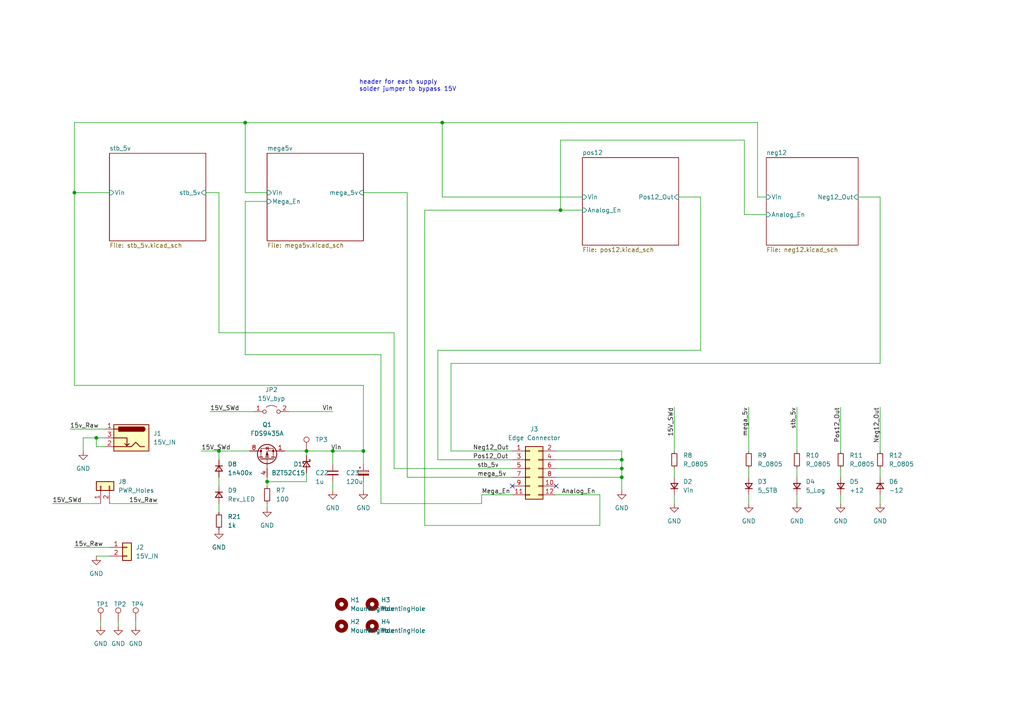
<source format=kicad_sch>
(kicad_sch (version 20211123) (generator eeschema)
  (paper "A4")
  (title_block (title "GD Power Supply Prototype") (date "2022-03-11") (rev "Rev 1") (company "twitch.tv/baldengineer"))
  (lib_symbols
    (symbol "Connector:Barrel_Jack_Switch" (pin_names hide)
      (property "Reference" "J" (at 0 5.334 0))
      (property "Value" "Barrel_Jack_Switch" (at 0 -5.08 0))
      (symbol "Barrel_Jack_Switch_0_1"
        (rectangle (start -5.08 3.81) (end 5.08 -3.81) (stroke (width 0.254)) (fill (type background)))
        (arc (start -3.302 3.175) (mid -3.937 2.54) (end -3.302 1.905) (stroke (width 0.254)))
        (arc (start -3.302 3.175) (mid -3.937 2.54) (end -3.302 1.905) (stroke (width 0.254)) (fill (type outline)))
        (polyline (pts (xy 1.27 -2.286) (xy 1.905 -1.651)) (stroke (width 0.254)))
        (polyline (pts (xy 5.08 2.54) (xy 3.81 2.54)) (stroke (width 0.254)))
        (polyline (pts (xy 5.08 0) (xy 1.27 0) (xy 1.27 -2.286) (xy 0.635 -1.651)) (stroke (width 0.254)))
        (polyline (pts (xy -3.81 -2.54) (xy -2.54 -2.54) (xy -1.27 -1.27) (xy 0 -2.54) (xy 2.54 -2.54) (xy 5.08 -2.54)) (stroke (width 0.254)))
        (rectangle (start 3.683 3.175) (end -3.302 1.905) (stroke (width 0.254)) (fill (type outline)))
      )
      (symbol "Barrel_Jack_Switch_1_1"
        (pin passive line (at 7.62 2.54 180) (length 2.54) (name "~") (number "1"))
        (pin passive line (at 7.62 -2.54 180) (length 2.54) (name "~") (number "2"))
        (pin passive line (at 7.62 0 180) (length 2.54) (name "~") (number "3"))
      )
    )
    (symbol "Connector_Generic:Conn_01x02" (pin_names (offset 1.016) hide)
      (property "Reference" "J" (at 0 2.54 0))
      (property "Value" "Conn_01x02" (at 0 -5.08 0))
      (symbol "Conn_01x02_1_1"
        (rectangle (start -1.27 -2.413) (end 0 -2.667) (stroke (width 0.1524)))
        (rectangle (start -1.27 0.127) (end 0 -0.127) (stroke (width 0.1524)))
        (rectangle (start -1.27 1.27) (end 1.27 -3.81) (stroke (width 0.254)) (fill (type background)))
        (pin passive line (at -5.08 0 0) (length 3.81) (name "Pin_1") (number "1"))
        (pin passive line (at -5.08 -2.54 0) (length 3.81) (name "Pin_2") (number "2"))
      )
    )
    (symbol "Connector_Generic:Conn_02x06_Odd_Even" (pin_names (offset 1.016) hide)
      (property "Reference" "J" (at 1.27 7.62 0))
      (property "Value" "Conn_02x06_Odd_Even" (at 1.27 -10.16 0))
      (symbol "Conn_02x06_Odd_Even_1_1"
        (rectangle (start -1.27 -7.493) (end 0 -7.747) (stroke (width 0.1524)))
        (rectangle (start -1.27 -4.953) (end 0 -5.207) (stroke (width 0.1524)))
        (rectangle (start -1.27 -2.413) (end 0 -2.667) (stroke (width 0.1524)))
        (rectangle (start -1.27 0.127) (end 0 -0.127) (stroke (width 0.1524)))
        (rectangle (start -1.27 2.667) (end 0 2.413) (stroke (width 0.1524)))
        (rectangle (start -1.27 5.207) (end 0 4.953) (stroke (width 0.1524)))
        (rectangle (start -1.27 6.35) (end 3.81 -8.89) (stroke (width 0.254)) (fill (type background)))
        (rectangle (start 3.81 -7.493) (end 2.54 -7.747) (stroke (width 0.1524)))
        (rectangle (start 3.81 -4.953) (end 2.54 -5.207) (stroke (width 0.1524)))
        (rectangle (start 3.81 -2.413) (end 2.54 -2.667) (stroke (width 0.1524)))
        (rectangle (start 3.81 0.127) (end 2.54 -0.127) (stroke (width 0.1524)))
        (rectangle (start 3.81 2.667) (end 2.54 2.413) (stroke (width 0.1524)))
        (rectangle (start 3.81 5.207) (end 2.54 4.953) (stroke (width 0.1524)))
        (pin passive line (at -5.08 5.08 0) (length 3.81) (name "Pin_1") (number "1"))
        (pin passive line (at 7.62 -5.08 180) (length 3.81) (name "Pin_10") (number "10"))
        (pin passive line (at -5.08 -7.62 0) (length 3.81) (name "Pin_11") (number "11"))
        (pin passive line (at 7.62 -7.62 180) (length 3.81) (name "Pin_12") (number "12"))
        (pin passive line (at 7.62 5.08 180) (length 3.81) (name "Pin_2") (number "2"))
        (pin passive line (at -5.08 2.54 0) (length 3.81) (name "Pin_3") (number "3"))
        (pin passive line (at 7.62 2.54 180) (length 3.81) (name "Pin_4") (number "4"))
        (pin passive line (at -5.08 0 0) (length 3.81) (name "Pin_5") (number "5"))
        (pin passive line (at 7.62 0 180) (length 3.81) (name "Pin_6") (number "6"))
        (pin passive line (at -5.08 -2.54 0) (length 3.81) (name "Pin_7") (number "7"))
        (pin passive line (at 7.62 -2.54 180) (length 3.81) (name "Pin_8") (number "8"))
        (pin passive line (at -5.08 -5.08 0) (length 3.81) (name "Pin_9") (number "9"))
      )
    )
    (symbol "Device:C_Polarized_Small" (pin_numbers hide) (pin_names (offset 0.254) hide)
      (property "Reference" "C" (at 0.254 1.778 0))
      (property "Value" "C_Polarized_Small" (at 0.254 -2.032 0))
      (symbol "C_Polarized_Small_0_1"
        (rectangle (start -1.524 -0.3048) (end 1.524 -0.6858) (fill (type outline)))
        (rectangle (start -1.524 0.6858) (end 1.524 0.3048))
        (polyline (pts (xy -1.27 1.524) (xy -0.762 1.524)))
        (polyline (pts (xy -1.016 1.27) (xy -1.016 1.778)))
      )
      (symbol "C_Polarized_Small_1_1"
        (pin passive line (at 0 2.54 270) (length 1.8542) (name "~") (number "1"))
        (pin passive line (at 0 -2.54 90) (length 1.8542) (name "~") (number "2"))
      )
    )
    (symbol "Device:D_Schottky_Small" (pin_numbers hide) (pin_names (offset 0.254) hide)
      (property "Reference" "D" (at -1.27 2.032 0))
      (property "Value" "D_Schottky_Small" (at -7.112 -2.032 0))
      (symbol "D_Schottky_Small_0_1"
        (polyline (pts (xy -0.762 0) (xy 0.762 0)))
        (polyline (pts (xy 0.762 -1.016) (xy -0.762 0) (xy 0.762 1.016) (xy 0.762 -1.016)) (stroke (width 0.254)))
        (polyline (pts (xy -1.27 0.762) (xy -1.27 1.016) (xy -0.762 1.016) (xy -0.762 -1.016) (xy -0.254 -1.016) (xy -0.254 -0.762)) (stroke (width 0.254)))
      )
      (symbol "D_Schottky_Small_1_1"
        (pin passive line (at -2.54 0 0) (length 1.778) (name "K") (number "1"))
        (pin passive line (at 2.54 0 180) (length 1.778) (name "A") (number "2"))
      )
    )
    (symbol "Jumper:Jumper_2_Open" (pin_names (offset 0) hide)
      (property "Reference" "JP" (at 0 2.794 0))
      (property "Value" "Jumper_2_Open" (at 0 -2.286 0))
      (symbol "Jumper_2_Open_0_0"
        (circle (center -2.032 0) (radius 0.508))
        (circle (center 2.032 0) (radius 0.508))
      )
      (symbol "Jumper_2_Open_0_1"
        (arc (start 1.524 1.27) (mid 0 1.778) (end -1.524 1.27))
      )
      (symbol "Jumper_2_Open_1_1"
        (pin passive line (at -5.08 0 0) (length 2.54) (name "A") (number "1"))
        (pin passive line (at 5.08 0 180) (length 2.54) (name "B") (number "2"))
      )
    )
    (symbol "Mechanical:MountingHole" (pin_names (offset 1.016))
      (property "Reference" "H" (at 0 5.08 0))
      (property "Value" "MountingHole" (at 0 3.175 0))
      (symbol "MountingHole_0_1"
        (circle (center 0 0) (radius 1.27) (stroke (width 1.27)))
      )
    )
    (symbol "My Library:C_0805" (pin_numbers hide) (pin_names (offset 0.254) hide)
      (property "Reference" "C" (at 0.254 1.778 0))
      (property "Value" "C_0805" (at 0.254 -2.032 0))
      (symbol "C_0805_0_1"
        (polyline (pts (xy -1.524 -0.508) (xy 1.524 -0.508)) (stroke (width 0.3302)))
        (polyline (pts (xy -1.524 0.508) (xy 1.524 0.508)) (stroke (width 0.3048)))
      )
      (symbol "C_0805_1_1"
        (pin passive line (at 0 2.54 270) (length 2.032) (name "~") (number "1"))
        (pin passive line (at 0 -2.54 90) (length 2.032) (name "~") (number "2"))
      )
    )
    (symbol "My Library:D_1206" (pin_numbers hide) (pin_names (offset 0.254) hide)
      (property "Reference" "D" (at -1.27 2.032 0))
      (property "Value" "D_1206" (at -3.81 -2.032 0))
      (symbol "D_1206_0_1"
        (polyline (pts (xy -0.762 -1.016) (xy -0.762 1.016)) (stroke (width 0.254)))
        (polyline (pts (xy -0.762 0) (xy 0.762 0)))
        (polyline (pts (xy 0.762 -1.016) (xy -0.762 0) (xy 0.762 1.016) (xy 0.762 -1.016)) (stroke (width 0.254)))
      )
      (symbol "D_1206_1_1"
        (pin passive line (at -2.54 0 0) (length 1.778) (name "K") (number "1"))
        (pin passive line (at 2.54 0 180) (length 1.778) (name "A") (number "2"))
      )
    )
    (symbol "My Library:R_0805" (pin_numbers hide) (pin_names (offset 0.254) hide)
      (property "Reference" "R" (at 0.762 0.508 0))
      (property "Value" "R_0805" (at 0.762 -1.016 0))
      (symbol "R_0805_0_1"
        (rectangle (start -0.762 1.778) (end 0.762 -1.778) (stroke (width 0.2032)))
      )
      (symbol "R_0805_1_1"
        (pin passive line (at 0 2.54 270) (length 0.762) (name "~") (number "1"))
        (pin passive line (at 0 -2.54 90) (length 0.762) (name "~") (number "2"))
      )
    )
    (symbol "My Library:TestPoint_Harwin" (pin_numbers hide) (pin_names (offset 0.762) hide)
      (property "Reference" "TP" (at 0 6.858 0))
      (symbol "TestPoint_Harwin_0_1"
        (circle (center 0 3.302) (radius 0.762))
      )
      (symbol "TestPoint_Harwin_1_1"
        (pin passive line (at 0 0 90) (length 2.54) (name "1") (number "1"))
      )
    )
    (symbol "Transistor_FET:FDS9435A" (pin_names hide)
      (property "Reference" "Q" (at 5.08 1.905 0))
      (property "Value" "FDS9435A" (at 5.08 0 0))
      (symbol "FDS9435A_0_1"
        (polyline (pts (xy 0.254 0) (xy -2.54 0)))
        (polyline (pts (xy 0.254 1.905) (xy 0.254 -1.905)) (stroke (width 0.254)))
        (polyline (pts (xy 0.762 -1.27) (xy 0.762 -2.286)) (stroke (width 0.254)))
        (polyline (pts (xy 0.762 0.508) (xy 0.762 -0.508)) (stroke (width 0.254)))
        (polyline (pts (xy 0.762 2.286) (xy 0.762 1.27)) (stroke (width 0.254)))
        (polyline (pts (xy 2.54 2.54) (xy 2.54 1.778)))
        (polyline (pts (xy 2.54 -2.54) (xy 2.54 0) (xy 0.762 0)))
        (polyline (pts (xy 0.762 1.778) (xy 3.302 1.778) (xy 3.302 -1.778) (xy 0.762 -1.778)))
        (polyline (pts (xy 2.286 0) (xy 1.27 0.381) (xy 1.27 -0.381) (xy 2.286 0)) (fill (type outline)))
        (polyline (pts (xy 2.794 -0.508) (xy 2.921 -0.381) (xy 3.683 -0.381) (xy 3.81 -0.254)))
        (polyline (pts (xy 3.302 -0.381) (xy 2.921 0.254) (xy 3.683 0.254) (xy 3.302 -0.381)))
        (circle (center 1.651 0) (radius 2.794) (stroke (width 0.254)))
        (circle (center 2.54 -1.778) (radius 0.254) (fill (type outline)))
        (circle (center 2.54 1.778) (radius 0.254) (fill (type outline)))
      )
      (symbol "FDS9435A_1_1"
        (pin passive line (at 2.54 -5.08 90) (length 2.54) (name "S") (number "1"))
        (pin passive line (at 2.54 -5.08 90) (length 2.54) hide (name "S") (number "2"))
        (pin passive line (at 2.54 -5.08 90) (length 2.54) hide (name "S") (number "3"))
        (pin passive line (at -5.08 0 0) (length 2.54) (name "G") (number "4"))
        (pin passive line (at 2.54 5.08 270) (length 2.54) hide (name "D") (number "5"))
        (pin passive line (at 2.54 5.08 270) (length 2.54) hide (name "D") (number "6"))
        (pin passive line (at 2.54 5.08 270) (length 2.54) hide (name "D") (number "7"))
        (pin passive line (at 2.54 5.08 270) (length 2.54) (name "D") (number "8"))
      )
    )
    (symbol "power:GND" (power) (pin_names (offset 0))
      (property "Value" "GND" (at 0 -3.81 0))
      (symbol "GND_0_1"
        (polyline (pts (xy 0 0) (xy 0 -1.27) (xy 1.27 -1.27) (xy 0 -2.54) (xy -1.27 -1.27) (xy 0 -1.27)))
      )
      (symbol "GND_1_1"
        (pin power_in line (at 0 0 270) (length 0) hide (name "GND") (number "1"))
      )
    )
  )
  (junction (at 128.27 35.56))
  (junction (at 21.59 55.88))
  (junction (at 63.5 130.81))
  (junction (at 77.47 139.7))
  (junction (at 96.52 130.81))
  (junction (at 27.94 127))
  (junction (at 88.9 130.81))
  (junction (at 180.34 138.43))
  (junction (at 105.41 130.81))
  (junction (at 180.34 133.35))
  (junction (at 71.12 35.56))
  (junction (at 162.56 60.96))
  (junction (at 180.34 135.89))
  (no_connect (at 161.29 140.97))
  (no_connect (at 148.59 140.97))
  (wire (pts (xy 31.75 146.05) (xy 45.72 146.05)))
  (wire (pts (xy 255.27 143.51) (xy 255.27 146.05)))
  (wire (pts (xy 123.19 60.96) (xy 162.56 60.96)))
  (wire (pts (xy 77.47 58.42) (xy 71.12 58.42)))
  (wire (pts (xy 27.94 129.54) (xy 27.94 127)))
  (wire (pts (xy 88.9 137.16) (xy 88.9 139.7)))
  (wire (pts (xy 77.47 138.43) (xy 77.47 139.7)))
  (wire (pts (xy 123.19 60.96) (xy 123.19 152.4)))
  (wire (pts (xy 96.52 139.7) (xy 96.52 142.24)))
  (wire (pts (xy 27.94 161.29) (xy 31.75 161.29)))
  (wire (pts (xy 248.92 57.15) (xy 255.27 57.15)))
  (wire (pts (xy 105.41 130.81) (xy 105.41 134.62)))
  (wire (pts (xy 114.3 96.52) (xy 114.3 135.89)))
  (wire (pts (xy 21.59 111.76) (xy 21.59 55.88)))
  (wire (pts (xy 24.13 127) (xy 27.94 127)))
  (wire (pts (xy 27.94 127) (xy 30.48 127)))
  (wire (pts (xy 77.47 147.32) (xy 77.47 146.05)))
  (wire (pts (xy 162.56 40.64) (xy 162.56 60.96)))
  (wire (pts (xy 215.9 62.23) (xy 215.9 40.64)))
  (wire (pts (xy 195.58 135.89) (xy 195.58 138.43)))
  (wire (pts (xy 180.34 130.81) (xy 180.34 133.35)))
  (wire (pts (xy 105.41 139.7) (xy 105.41 142.24)))
  (wire (pts (xy 110.49 146.05) (xy 139.7 146.05)))
  (wire (pts (xy 217.17 135.89) (xy 217.17 138.43)))
  (wire (pts (xy 255.27 105.41) (xy 130.81 105.41)))
  (wire (pts (xy 59.69 55.88) (xy 63.5 55.88)))
  (wire (pts (xy 34.29 180.34) (xy 34.29 181.61)))
  (wire (pts (xy 243.84 135.89) (xy 243.84 138.43)))
  (wire (pts (xy 71.12 55.88) (xy 71.12 35.56)))
  (wire (pts (xy 39.37 180.34) (xy 39.37 181.61)))
  (wire (pts (xy 161.29 133.35) (xy 180.34 133.35)))
  (wire (pts (xy 217.17 143.51) (xy 217.17 146.05)))
  (wire (pts (xy 77.47 139.7) (xy 77.47 140.97)))
  (wire (pts (xy 255.27 118.11) (xy 255.27 130.81)))
  (wire (pts (xy 203.2 101.6) (xy 127 101.6)))
  (wire (pts (xy 180.34 135.89) (xy 180.34 138.43)))
  (wire (pts (xy 83.82 119.38) (xy 96.52 119.38)))
  (wire (pts (xy 60.96 119.38) (xy 73.66 119.38)))
  (wire (pts (xy 63.5 130.81) (xy 72.39 130.81)))
  (wire (pts (xy 217.17 118.11) (xy 217.17 130.81)))
  (wire (pts (xy 123.19 152.4) (xy 173.99 152.4)))
  (wire (pts (xy 195.58 143.51) (xy 195.58 146.05)))
  (wire (pts (xy 88.9 130.81) (xy 96.52 130.81)))
  (wire (pts (xy 161.29 135.89) (xy 180.34 135.89)))
  (wire (pts (xy 243.84 143.51) (xy 243.84 146.05)))
  (wire (pts (xy 128.27 35.56) (xy 128.27 57.15)))
  (wire (pts (xy 255.27 135.89) (xy 255.27 138.43)))
  (wire (pts (xy 203.2 57.15) (xy 203.2 101.6)))
  (wire (pts (xy 96.52 130.81) (xy 96.52 134.62)))
  (wire (pts (xy 110.49 102.87) (xy 110.49 146.05)))
  (wire (pts (xy 139.7 143.51) (xy 148.59 143.51)))
  (wire (pts (xy 118.11 138.43) (xy 148.59 138.43)))
  (wire (pts (xy 219.71 57.15) (xy 219.71 35.56)))
  (wire (pts (xy 71.12 58.42) (xy 71.12 102.87)))
  (wire (pts (xy 21.59 55.88) (xy 31.75 55.88)))
  (wire (pts (xy 231.14 135.89) (xy 231.14 138.43)))
  (wire (pts (xy 222.25 57.15) (xy 219.71 57.15)))
  (wire (pts (xy 180.34 133.35) (xy 180.34 135.89)))
  (wire (pts (xy 139.7 143.51) (xy 139.7 146.05)))
  (wire (pts (xy 30.48 129.54) (xy 27.94 129.54)))
  (wire (pts (xy 215.9 40.64) (xy 162.56 40.64)))
  (wire (pts (xy 29.21 180.34) (xy 29.21 181.61)))
  (wire (pts (xy 15.24 146.05) (xy 29.21 146.05)))
  (wire (pts (xy 63.5 146.05) (xy 63.5 148.59)))
  (wire (pts (xy 71.12 102.87) (xy 110.49 102.87)))
  (wire (pts (xy 161.29 138.43) (xy 180.34 138.43)))
  (wire (pts (xy 21.59 35.56) (xy 71.12 35.56)))
  (wire (pts (xy 130.81 130.81) (xy 148.59 130.81)))
  (wire (pts (xy 130.81 105.41) (xy 130.81 130.81)))
  (wire (pts (xy 161.29 143.51) (xy 173.99 143.51)))
  (wire (pts (xy 77.47 139.7) (xy 88.9 139.7)))
  (wire (pts (xy 58.42 130.81) (xy 63.5 130.81)))
  (wire (pts (xy 127 101.6) (xy 127 133.35)))
  (wire (pts (xy 63.5 55.88) (xy 63.5 96.52)))
  (wire (pts (xy 77.47 55.88) (xy 71.12 55.88)))
  (wire (pts (xy 222.25 62.23) (xy 215.9 62.23)))
  (wire (pts (xy 255.27 57.15) (xy 255.27 105.41)))
  (wire (pts (xy 105.41 55.88) (xy 118.11 55.88)))
  (wire (pts (xy 128.27 57.15) (xy 168.91 57.15)))
  (wire (pts (xy 219.71 35.56) (xy 128.27 35.56)))
  (wire (pts (xy 88.9 130.81) (xy 88.9 132.08)))
  (wire (pts (xy 231.14 118.11) (xy 231.14 130.81)))
  (wire (pts (xy 118.11 55.88) (xy 118.11 138.43)))
  (wire (pts (xy 21.59 55.88) (xy 21.59 35.56)))
  (wire (pts (xy 21.59 158.75) (xy 31.75 158.75)))
  (wire (pts (xy 20.32 124.46) (xy 30.48 124.46)))
  (wire (pts (xy 24.13 127) (xy 24.13 130.81)))
  (wire (pts (xy 195.58 118.11) (xy 195.58 130.81)))
  (wire (pts (xy 231.14 143.51) (xy 231.14 146.05)))
  (wire (pts (xy 180.34 138.43) (xy 180.34 142.24)))
  (wire (pts (xy 243.84 118.11) (xy 243.84 130.81)))
  (wire (pts (xy 63.5 130.81) (xy 63.5 133.35)))
  (wire (pts (xy 82.55 130.81) (xy 88.9 130.81)))
  (wire (pts (xy 148.59 135.89) (xy 114.3 135.89)))
  (wire (pts (xy 105.41 130.81) (xy 105.41 111.76)))
  (wire (pts (xy 127 133.35) (xy 148.59 133.35)))
  (wire (pts (xy 63.5 96.52) (xy 114.3 96.52)))
  (wire (pts (xy 162.56 60.96) (xy 168.91 60.96)))
  (wire (pts (xy 71.12 35.56) (xy 128.27 35.56)))
  (wire (pts (xy 196.85 57.15) (xy 203.2 57.15)))
  (wire (pts (xy 173.99 143.51) (xy 173.99 152.4)))
  (wire (pts (xy 161.29 130.81) (xy 180.34 130.81)))
  (wire (pts (xy 105.41 111.76) (xy 21.59 111.76)))
  (wire (pts (xy 96.52 130.81) (xy 105.41 130.81)))
  (wire (pts (xy 63.5 138.43) (xy 63.5 140.97)))
  (text "header for each supply\nsolder jumper to bypass 15V" (at 104.14 26.67 0) (effects (font (size 1.27 1.27)) (justify left bottom)))
  (label "15V_SWd" (at 60.96 119.38 0))
  (label "Pos12_Out" (at 243.84 118.11 270))
  (label "15V_SWd" (at 58.42 130.81 0))
  (label "15v_Raw" (at 21.59 158.75 0))
  (label "Neg12_Out" (at 255.27 118.11 270))
  (label "Vin" (at 99.06 130.81 180))
  (label "15V_SWd" (at 195.58 118.11 270))
  (label "stb_5v" (at 138.43 135.89 0))
  (label "Vin" (at 96.52 119.38 180))
  (label "15v_Raw" (at 45.72 146.05 180))
  (label "Neg12_Out" (at 137.16 130.81 0))
  (label "stb_5v" (at 231.14 118.11 270))
  (label "15v_Raw" (at 20.32 124.46 0))
  (label "Mega_En" (at 139.7 143.51 0))
  (label "Pos12_Out" (at 137.16 133.35 0))
  (label "mega_5v" (at 138.43 138.43 0))
  (label "Analog_En" (at 172.72 143.51 180))
  (label "15V_SWd" (at 15.24 146.05 0))
  (label "mega_5v" (at 217.17 118.11 270))
  (symbol (lib_id "My Library:R_0805") (at 217.17 133.35 180) (unit 1)
    (property "Reference" "R9" (at 219.71 132.0799 0) (effects (justify right)))
    (property "Value" "R_0805" (at 219.71 134.6199 0) (effects (justify right)))
    (property "Footprint" "Resistor_SMD:R_0805_2012Metric" (effects hide))
  )
  (symbol (lib_id "power:GND") (at 24.13 130.81 0) (unit 1)
    (property "Reference" "#PWR0111" (effects hide))
    (property "Value" "GND" (at 24.13 135.89 0))
  )
  (symbol (lib_id "My Library:TestPoint_Harwin") (at 29.21 180.34 0) (unit 1)
    (property "Reference" "TP1" (at 27.94 175.26 0) (effects (justify left)))
    (property "Value" "TestPoint_Harwin" (effects hide))
    (property "Footprint" "My Libraries:Harwin-S1751-46-Test-Point" (effects hide))
  )
  (symbol (lib_id "Connector_Generic:Conn_01x02") (at 29.21 140.97 90) (unit 1)
    (property "Reference" "J8" (at 34.29 139.6999 90) (effects (justify right)))
    (property "Value" "PWR_Holes" (at 34.29 142.2399 90) (effects (justify right)))
    (property "Footprint" "Connector_PinHeader_2.54mm:PinHeader_1x02_P2.54mm_Vertical" (effects hide))
  )
  (symbol (lib_id "Mechanical:MountingHole") (at 99.06 181.61 0) (unit 1)
    (property "Reference" "H2" (at 101.6 180.3399 0) (effects (justify left)))
    (property "Value" "MountingHole" (at 101.6 182.8799 0) (effects (justify left)))
    (property "Footprint" "MountingHole:MountingHole_2.2mm_M2" (effects hide))
  )
  (symbol (lib_id "Transistor_FET:FDS9435A") (at 77.47 133.35 90) (unit 1)
    (property "Reference" "Q1" (at 77.47 123.19 90))
    (property "Value" "FDS9435A" (at 77.47 125.73 90))
    (property "Footprint" "Package_SO:SOIC-8_3.9x4.9mm_P1.27mm" (effects hide))
    (property "Datasheet" "https://www.onsemi.com/pub/Collateral/FDS9435A-D.PDF" (effects hide))
  )
  (symbol (lib_id "Connector_Generic:Conn_01x02") (at 36.83 158.75 0) (unit 1)
    (property "Reference" "J2" (at 39.37 158.7499 0) (effects (justify left)))
    (property "Value" "15V_IN" (at 39.37 161.2899 0) (effects (justify left)))
    (property "Footprint" "Connector_PinHeader_2.54mm:PinHeader_1x02_P2.54mm_Vertical" (effects hide))
  )
  (symbol (lib_id "power:GND") (at 195.58 146.05 0) (unit 1)
    (property "Reference" "#PWR0105" (effects hide))
    (property "Value" "GND" (at 195.58 151.13 0))
  )
  (symbol (lib_id "Mechanical:MountingHole") (at 99.06 175.26 0) (unit 1)
    (property "Reference" "H1" (at 101.6 173.9899 0) (effects (justify left)))
    (property "Value" "MountingHole" (at 101.6 176.5299 0) (effects (justify left)))
    (property "Footprint" "MountingHole:MountingHole_2.2mm_M2" (effects hide))
  )
  (symbol (lib_id "My Library:D_1206") (at 63.5 143.51 270) (unit 1)
    (property "Reference" "D9" (at 66.04 142.2399 90) (effects (justify left)))
    (property "Value" "Rev_LED" (at 66.04 144.7799 90) (effects (justify left)))
    (property "Footprint" "LED_SMD:LED_1206_3216Metric" (effects hide))
  )
  (symbol (lib_id "power:GND") (at 39.37 181.61 0) (unit 1)
    (property "Reference" "#PWR0125" (effects hide))
    (property "Value" "GND" (at 39.37 186.69 0))
  )
  (symbol (lib_id "Connector_Generic:Conn_02x06_Odd_Even") (at 153.67 135.89 0) (unit 1)
    (property "Reference" "J3" (at 154.94 124.46 0))
    (property "Value" "Edge Connector" (at 154.94 127 0))
    (property "Footprint" "My Libraries:12pos-edge-2.54mm" (effects hide))
  )
  (symbol (lib_id "Mechanical:MountingHole") (at 107.95 181.61 0) (unit 1)
    (property "Reference" "H4" (at 110.49 180.3399 0) (effects (justify left)))
    (property "Value" "MountingHole" (at 110.49 182.8799 0) (effects (justify left)))
    (property "Footprint" "MountingHole:MountingHole_2.2mm_M2" (effects hide))
  )
  (symbol (lib_id "Connector:Barrel_Jack_Switch") (at 38.1 127 0) (mirror y) (unit 1)
    (property "Reference" "J1" (at 44.45 125.7299 0) (effects (justify right)))
    (property "Value" "15V_IN" (at 44.45 128.2699 0) (effects (justify right)))
    (property "Footprint" "Connector_BarrelJack:BarrelJack_Horizontal" (effects hide))
  )
  (symbol (lib_id "power:GND") (at 27.94 161.29 0) (unit 1)
    (property "Reference" "#PWR0110" (effects hide))
    (property "Value" "GND" (at 27.94 166.37 0))
  )
  (symbol (lib_id "power:GND") (at 243.84 146.05 0) (unit 1)
    (property "Reference" "#PWR0107" (effects hide))
    (property "Value" "GND" (at 243.84 151.13 0))
  )
  (symbol (lib_id "power:GND") (at 180.34 142.24 0) (unit 1)
    (property "Reference" "#PWR0104" (effects hide))
    (property "Value" "GND" (at 180.34 147.32 0))
  )
  (symbol (lib_id "My Library:D_1206") (at 63.5 135.89 270) (unit 1)
    (property "Reference" "D8" (at 66.04 134.6199 90) (effects (justify left)))
    (property "Value" "1n400x" (at 66.04 137.1599 90) (effects (justify left)))
    (property "Footprint" "Diode_SMD:D_SMA" (effects hide))
  )
  (symbol (lib_id "My Library:C_0805") (at 96.52 137.16 0) (unit 1)
    (property "Reference" "C22" (at 91.44 137.16 0) (effects (justify left)))
    (property "Value" "1u" (at 91.44 139.7 0) (effects (justify left)))
    (property "Footprint" "Capacitor_SMD:C_0603_1608Metric" (effects hide))
  )
  (symbol (lib_id "My Library:TestPoint_Harwin") (at 34.29 180.34 0) (unit 1)
    (property "Reference" "TP2" (at 33.02 175.26 0) (effects (justify left)))
    (property "Value" "TestPoint_Harwin" (effects hide))
    (property "Footprint" "My Libraries:Harwin-S1751-46-Test-Point" (effects hide))
  )
  (symbol (lib_id "power:GND") (at 255.27 146.05 0) (unit 1)
    (property "Reference" "#PWR0109" (effects hide))
    (property "Value" "GND" (at 255.27 151.13 0))
  )
  (symbol (lib_id "power:GND") (at 231.14 146.05 0) (unit 1)
    (property "Reference" "#PWR0108" (effects hide))
    (property "Value" "GND" (at 231.14 151.13 0))
  )
  (symbol (lib_id "power:GND") (at 105.41 142.24 0) (unit 1)
    (property "Reference" "#PWR0127" (effects hide))
    (property "Value" "GND" (at 105.41 147.32 0))
  )
  (symbol (lib_id "My Library:D_1206") (at 217.17 140.97 90) (unit 1)
    (property "Reference" "D3" (at 219.71 139.6999 90) (effects (justify right)))
    (property "Value" "5_STB" (at 219.71 142.2399 90) (effects (justify right)))
    (property "Footprint" "LED_SMD:LED_1206_3216Metric" (effects hide))
  )
  (symbol (lib_id "Mechanical:MountingHole") (at 107.95 175.26 0) (unit 1)
    (property "Reference" "H3" (at 110.49 173.9899 0) (effects (justify left)))
    (property "Value" "MountingHole" (at 110.49 176.5299 0) (effects (justify left)))
    (property "Footprint" "MountingHole:MountingHole_2.2mm_M2" (effects hide))
  )
  (symbol (lib_id "power:GND") (at 77.47 147.32 0) (unit 1)
    (property "Reference" "#PWR0112" (effects hide))
    (property "Value" "GND" (at 77.47 152.4 0))
  )
  (symbol (lib_id "My Library:R_0805") (at 243.84 133.35 180) (unit 1)
    (property "Reference" "R11" (at 246.38 132.0799 0) (effects (justify right)))
    (property "Value" "R_0805" (at 246.38 134.6199 0) (effects (justify right)))
    (property "Footprint" "Resistor_SMD:R_0805_2012Metric" (effects hide))
  )
  (symbol (lib_id "power:GND") (at 217.17 146.05 0) (unit 1)
    (property "Reference" "#PWR0106" (effects hide))
    (property "Value" "GND" (at 217.17 151.13 0))
  )
  (symbol (lib_id "My Library:TestPoint_Harwin") (at 88.9 130.81 0) (unit 1)
    (property "Reference" "TP3" (at 91.44 127.5079 0) (effects (justify left)))
    (property "Value" "TestPoint_Harwin" (effects hide))
    (property "Footprint" "My Libraries:Harwin-S1751-46-Test-Point" (effects hide))
  )
  (symbol (lib_id "power:GND") (at 96.52 142.24 0) (unit 1)
    (property "Reference" "#PWR0126" (effects hide))
    (property "Value" "GND" (at 96.52 147.32 0))
  )
  (symbol (lib_id "My Library:R_0805") (at 255.27 133.35 180) (unit 1)
    (property "Reference" "R12" (at 257.81 132.0799 0) (effects (justify right)))
    (property "Value" "R_0805" (at 257.81 134.6199 0) (effects (justify right)))
    (property "Footprint" "Resistor_SMD:R_0805_2012Metric" (effects hide))
  )
  (symbol (lib_id "power:GND") (at 34.29 181.61 0) (unit 1)
    (property "Reference" "#PWR0124" (effects hide))
    (property "Value" "GND" (at 34.29 186.69 0))
  )
  (symbol (lib_id "My Library:TestPoint_Harwin") (at 39.37 180.34 0) (unit 1)
    (property "Reference" "TP4" (at 38.1 175.26 0) (effects (justify left)))
    (property "Value" "TestPoint_Harwin" (effects hide))
    (property "Footprint" "My Libraries:Harwin-S1751-46-Test-Point" (effects hide))
  )
  (symbol (lib_id "My Library:D_1206") (at 231.14 140.97 90) (unit 1)
    (property "Reference" "D4" (at 233.68 139.6999 90) (effects (justify right)))
    (property "Value" "5_Log" (at 233.68 142.2399 90) (effects (justify right)))
    (property "Footprint" "LED_SMD:LED_1206_3216Metric" (effects hide))
  )
  (symbol (lib_id "My Library:D_1206") (at 243.84 140.97 90) (unit 1)
    (property "Reference" "D5" (at 246.38 139.6999 90) (effects (justify right)))
    (property "Value" "+12" (at 246.38 142.2399 90) (effects (justify right)))
    (property "Footprint" "LED_SMD:LED_1206_3216Metric" (effects hide))
  )
  (symbol (lib_id "My Library:R_0805") (at 195.58 133.35 180) (unit 1)
    (property "Reference" "R8" (at 198.12 132.0799 0) (effects (justify right)))
    (property "Value" "R_0805" (at 198.12 134.6199 0) (effects (justify right)))
    (property "Footprint" "Resistor_SMD:R_0805_2012Metric" (effects hide))
  )
  (symbol (lib_id "My Library:R_0805") (at 77.47 143.51 180) (unit 1)
    (property "Reference" "R7" (at 80.01 142.2399 0) (effects (justify right)))
    (property "Value" "100" (at 80.01 144.7799 0) (effects (justify right)))
    (property "Footprint" "Resistor_SMD:R_0805_2012Metric" (effects hide))
  )
  (symbol (lib_id "power:GND") (at 29.21 181.61 0) (unit 1)
    (property "Reference" "#PWR0123" (effects hide))
    (property "Value" "GND" (at 29.21 186.69 0))
  )
  (symbol (lib_id "Device:D_Schottky_Small") (at 88.9 134.62 270) (unit 1)
    (property "Reference" "D1" (at 85.09 134.62 90) (effects (justify left)))
    (property "Value" "BZT52C15" (at 78.74 137.16 90) (effects (justify left)))
    (property "Footprint" "Diode_SMD:D_SOD-123" (effects hide))
  )
  (symbol (lib_id "My Library:R_0805") (at 63.5 151.13 0) (unit 1)
    (property "Reference" "R21" (at 66.04 149.8599 0) (effects (justify left)))
    (property "Value" "1k" (at 66.04 152.3999 0) (effects (justify left)))
    (property "Footprint" "Resistor_SMD:R_0805_2012Metric" (effects hide))
  )
  (symbol (lib_id "My Library:D_1206") (at 195.58 140.97 90) (unit 1)
    (property "Reference" "D2" (at 198.12 139.6999 90) (effects (justify right)))
    (property "Value" "Vin" (at 198.12 142.2399 90) (effects (justify right)))
    (property "Footprint" "LED_SMD:LED_1206_3216Metric" (effects hide))
  )
  (symbol (lib_id "power:GND") (at 63.5 153.67 0) (unit 1)
    (property "Reference" "#PWR01" (effects hide))
    (property "Value" "GND" (at 63.5 158.75 0))
  )
  (symbol (lib_id "My Library:D_1206") (at 255.27 140.97 270) (unit 1)
    (property "Reference" "D6" (at 257.81 139.6999 90) (effects (justify left)))
    (property "Value" "-12" (at 257.81 142.2399 90) (effects (justify left)))
    (property "Footprint" "LED_SMD:LED_1206_3216Metric" (effects hide))
  )
  (symbol (lib_id "Device:C_Polarized_Small") (at 105.41 137.16 0) (unit 1)
    (property "Reference" "C23" (at 100.33 137.16 0) (effects (justify left)))
    (property "Value" "120u" (at 100.33 139.7 0) (effects (justify left)))
    (property "Footprint" "Capacitor_THT:CP_Radial_D8.0mm_P3.80mm" (effects hide))
  )
  (symbol (lib_id "My Library:R_0805") (at 231.14 133.35 180) (unit 1)
    (property "Reference" "R10" (at 233.68 132.0799 0) (effects (justify right)))
    (property "Value" "R_0805" (at 233.68 134.6199 0) (effects (justify right)))
    (property "Footprint" "Resistor_SMD:R_0805_2012Metric" (effects hide))
  )
  (symbol (lib_id "Jumper:Jumper_2_Open") (at 78.74 119.38 0) (unit 1)
    (property "Reference" "JP2" (at 78.74 113.03 0))
    (property "Value" "15V_byp" (at 78.74 115.57 0))
    (property "Footprint" "Jumper:SolderJumper-2_P1.3mm_Open_TrianglePad1.0x1.5mm" (effects hide))
  )
  (sheet (at 77.47 44.45) (size 27.94 25.4) (stroke (width 0.1524))
    (property "Sheet name" "mega5v" (at 77.47 43.7384 0) (effects (justify left bottom)))
    (property "Sheet file" "mega5v.kicad_sch" (at 77.47 70.4346 0) (effects (justify left top)))
    (pin "mega_5v" input (at 105.41 55.88 0))
    (pin "Mega_En" input (at 77.47 58.42 180))
    (pin "Vin" input (at 77.47 55.88 180))
  )
  (sheet (at 222.25 45.72) (size 26.67 25.4) (stroke (width 0.1524))
    (property "Sheet name" "neg12" (at 222.25 45.0084 0) (effects (justify left bottom)))
    (property "Sheet file" "neg12.kicad_sch" (at 222.25 71.7046 0) (effects (justify left top)))
    (pin "Vin" input (at 222.25 57.15 180))
    (pin "Neg12_Out" input (at 248.92 57.15 0))
    (pin "Analog_En" input (at 222.25 62.23 180))
  )
  (sheet (at 31.75 44.45) (size 27.94 25.4) (stroke (width 0.1524))
    (property "Sheet name" "stb_5v" (at 31.75 43.7384 0) (effects (justify left bottom)))
    (property "Sheet file" "stb_5v.kicad_sch" (at 31.75 70.4346 0) (effects (justify left top)))
    (pin "stb_5v" input (at 59.69 55.88 0))
    (pin "Vin" input (at 31.75 55.88 180))
  )
  (sheet (at 168.91 45.72) (size 27.94 25.4) (stroke (width 0.1524))
    (property "Sheet name" "pos12" (at 168.91 45.0084 0) (effects (justify left bottom)))
    (property "Sheet file" "pos12.kicad_sch" (at 168.91 71.7046 0) (effects (justify left top)))
    (pin "Vin" input (at 168.91 57.15 180))
    (pin "Pos12_Out" input (at 196.85 57.15 0))
    (pin "Analog_En" input (at 168.91 60.96 180))
  )
)
</source>
